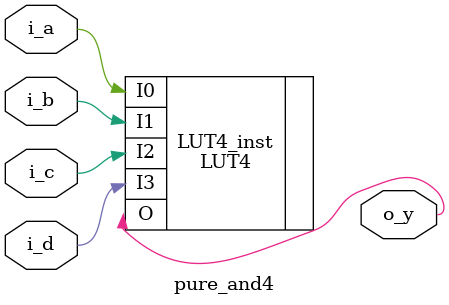
<source format=v>

`timescale 1ns/1ns

module pure_and4 #(
    parameter DOMAIN_3V0 = 0
  )(
    input  i_a,
    input  i_b,
    input  i_c,
    input  i_d,
    output o_y
  );

  LUT4 #(
    .INIT (16'b1000_0000_0000_0000)
  ) LUT4_inst (
    .I0 (i_a),
    .I1 (i_b),
    .I2 (i_c),
    .I3 (i_d),
    .O  (o_y)
  ) /* synthesis syn_noprune=1 */ /*synthesis syn_preserve=1 */ ;

endmodule


</source>
